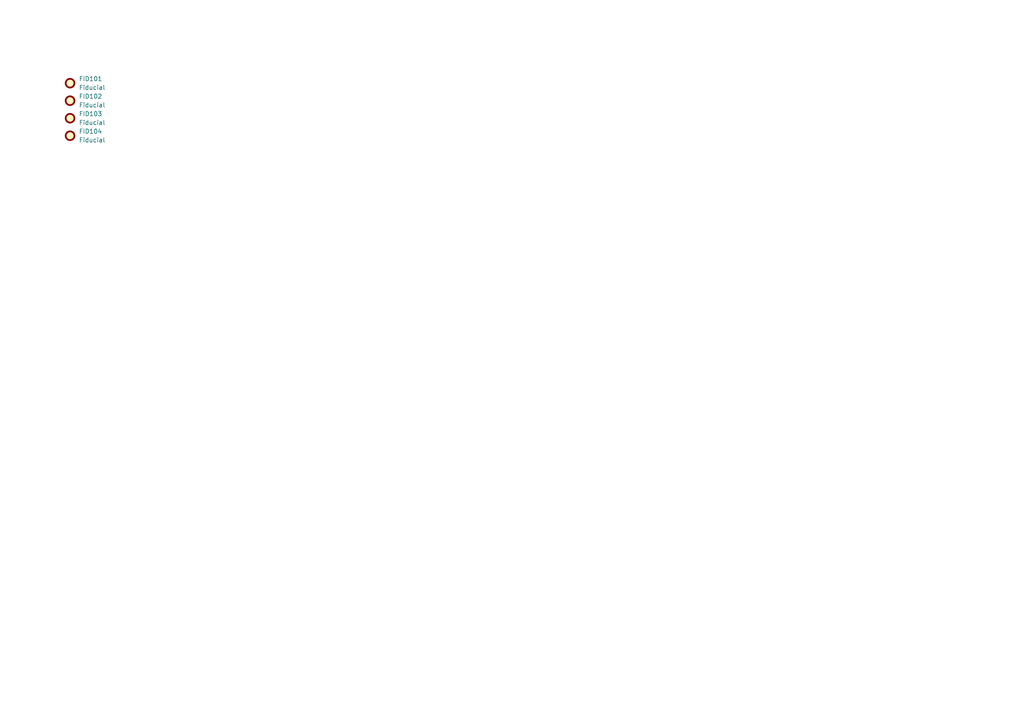
<source format=kicad_sch>
(kicad_sch (version 20250114) (generator "eeschema") (generator_version "9.0")
  (paper "A4")
  (title_block (rev "V1.0.0") (company "NURDspace Wageningen"))
  (lib_symbols
    (symbol "Mechanical:Fiducial" (exclude_from_sim yes) (in_bom no)
      (property "Reference" "FID" (at 0 5.08 0))
      (property "Value" "Fiducial" (at 0 3.175 0))
      (symbol "Fiducial_0_1"
        (circle (center 0 0) (radius 1.27) (stroke (width 0.508)) (fill (type background)))
      )
    )
  )
  (symbol (lib_id "Mechanical:Fiducial") (at 20.32 39.37 0) (unit 1) (exclude_from_sim yes) (in_bom no)
    (property "Reference" "FID104" (at 22.86 38.0999 0) (effects (justify left)))
    (property "Value" "Fiducial" (at 22.86 40.6399 0) (effects (justify left)))
    (property "Footprint" "Fiducial:Fiducial_0.5mm_Mask1mm" (effects (hide yes)))
    (property "Description" "Fiducial Marker" (effects (hide yes)))
  )
  (symbol (lib_id "Mechanical:Fiducial") (at 20.32 34.29 0) (unit 1) (exclude_from_sim yes) (in_bom no)
    (property "Reference" "FID103" (at 22.86 33.0199 0) (effects (justify left)))
    (property "Value" "Fiducial" (at 22.86 35.5599 0) (effects (justify left)))
    (property "Footprint" "Fiducial:Fiducial_0.5mm_Mask1mm" (effects (hide yes)))
    (property "Description" "Fiducial Marker" (effects (hide yes)))
  )
  (symbol (lib_id "Mechanical:Fiducial") (at 20.32 29.21 0) (unit 1) (exclude_from_sim yes) (in_bom no)
    (property "Reference" "FID102" (at 22.86 27.9399 0) (effects (justify left)))
    (property "Value" "Fiducial" (at 22.86 30.4799 0) (effects (justify left)))
    (property "Footprint" "Fiducial:Fiducial_0.5mm_Mask1mm" (effects (hide yes)))
    (property "Description" "Fiducial Marker" (effects (hide yes)))
  )
  (symbol (lib_id "Mechanical:Fiducial") (at 20.32 24.13 0) (unit 1) (exclude_from_sim yes) (in_bom no)
    (property "Reference" "FID101" (at 22.86 22.8599 0) (effects (justify left)))
    (property "Value" "Fiducial" (at 22.86 25.3999 0) (effects (justify left)))
    (property "Footprint" "Fiducial:Fiducial_0.5mm_Mask1mm" (effects (hide yes)))
    (property "Description" "Fiducial Marker" (effects (hide yes)))
  )
)
</source>
